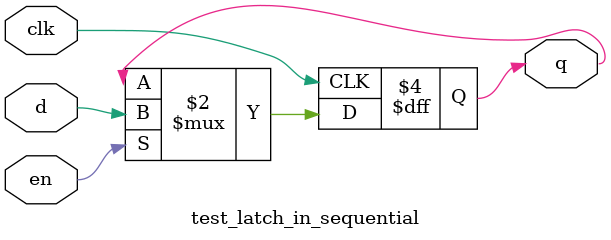
<source format=sv>

module test_latch_in_sequential(
  input  logic clk,
  input  logic en,
  input  logic d,
  output logic q
);
  always_ff @(posedge clk) begin
    if (en)
      q <= d;
    // Missing else in sequential - this should be DFF with enable, not latch!
  end
endmodule

</source>
